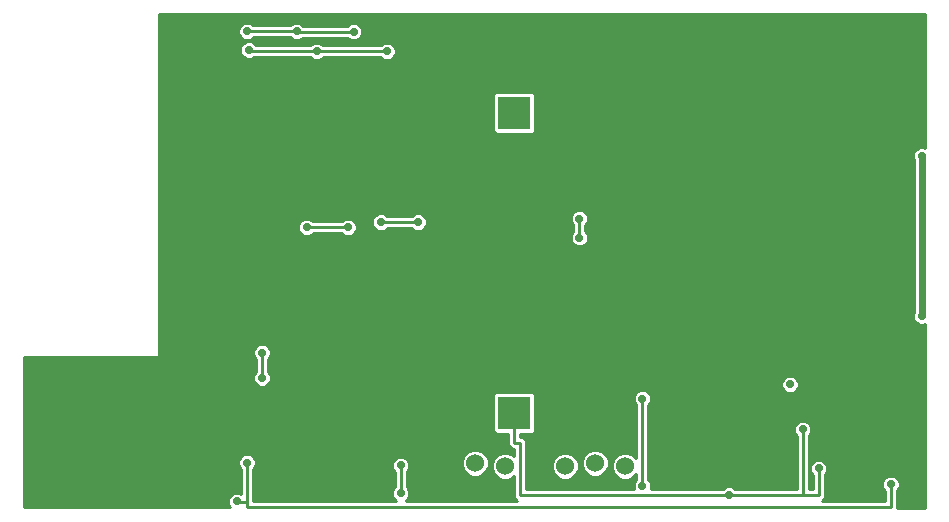
<source format=gbl>
G75*
G70*
%OFA0B0*%
%FSLAX24Y24*%
%IPPOS*%
%LPD*%
%AMOC8*
5,1,8,0,0,1.08239X$1,22.5*
%
%ADD10R,0.1600X0.1600*%
%ADD11R,0.1095X0.1095*%
%ADD12C,0.0600*%
%ADD13C,0.0100*%
%ADD14C,0.0280*%
%ADD15C,0.0357*%
%ADD16C,0.0240*%
D10*
X016840Y008630D03*
D11*
X016840Y003630D03*
X016840Y013630D03*
D12*
X015530Y001950D03*
X016530Y001850D03*
X017530Y001950D03*
X018530Y001850D03*
X019530Y001950D03*
X020530Y001850D03*
D13*
X021400Y004042D02*
X021400Y004158D01*
X021356Y004264D01*
X021274Y004346D01*
X021168Y004390D01*
X021052Y004390D01*
X020946Y004346D01*
X020864Y004264D01*
X020820Y004158D01*
X020820Y004042D01*
X020864Y003936D01*
X020910Y003890D01*
X020910Y002106D01*
X020785Y002231D01*
X020619Y002300D01*
X020440Y002300D01*
X020275Y002231D01*
X020149Y002105D01*
X020080Y001939D01*
X020080Y001760D01*
X020149Y001595D01*
X020275Y001469D01*
X020440Y001400D01*
X020619Y001400D01*
X020785Y001469D01*
X020910Y001594D01*
X020910Y001390D01*
X020864Y001344D01*
X020820Y001238D01*
X020820Y001122D01*
X020838Y001080D01*
X017220Y001080D01*
X017220Y002713D01*
X017103Y002830D01*
X017040Y002830D01*
X017040Y002932D01*
X017450Y002932D01*
X017537Y003020D01*
X017537Y004240D01*
X017450Y004327D01*
X016230Y004327D01*
X016142Y004240D01*
X016142Y003020D01*
X016230Y002932D01*
X016640Y002932D01*
X016640Y002713D01*
X016640Y002547D01*
X016757Y002430D01*
X016820Y002430D01*
X016820Y002196D01*
X016785Y002231D01*
X016619Y002300D01*
X016440Y002300D01*
X016275Y002231D01*
X016149Y002105D01*
X016080Y001939D01*
X016080Y001760D01*
X016149Y001595D01*
X016275Y001469D01*
X016440Y001400D01*
X016619Y001400D01*
X016785Y001469D01*
X016820Y001504D01*
X016820Y000963D01*
X016820Y000797D01*
X016917Y000700D01*
X013220Y000700D01*
X013296Y000776D01*
X013340Y000882D01*
X013340Y000998D01*
X013296Y001104D01*
X013250Y001150D01*
X013250Y001660D01*
X013296Y001706D01*
X013340Y001812D01*
X013340Y001928D01*
X013296Y002034D01*
X013214Y002116D01*
X013108Y002160D01*
X012992Y002160D01*
X012886Y002116D01*
X012804Y002034D01*
X012760Y001928D01*
X012760Y001812D01*
X012804Y001706D01*
X012850Y001660D01*
X012850Y001150D01*
X012804Y001104D01*
X012760Y000998D01*
X012760Y000882D01*
X012804Y000776D01*
X012880Y000700D01*
X008130Y000700D01*
X008130Y000743D01*
X008130Y001750D01*
X008176Y001796D01*
X008220Y001902D01*
X008220Y002018D01*
X008176Y002124D01*
X008094Y002206D01*
X007988Y002250D01*
X007872Y002250D01*
X007766Y002206D01*
X007684Y002124D01*
X007640Y002018D01*
X007640Y001902D01*
X007684Y001796D01*
X007730Y001750D01*
X007730Y000926D01*
X007648Y000960D01*
X007532Y000960D01*
X007426Y000916D01*
X007344Y000834D01*
X007300Y000728D01*
X007300Y000612D01*
X007344Y000506D01*
X007364Y000486D01*
X000500Y000500D01*
X000500Y005500D01*
X005000Y005500D01*
X005000Y016920D01*
X030542Y016920D01*
X030542Y012443D01*
X030478Y012470D01*
X030362Y012470D01*
X030256Y012426D01*
X030174Y012344D01*
X030130Y012238D01*
X030130Y012122D01*
X030150Y012074D01*
X030150Y006956D01*
X030130Y006908D01*
X030130Y006792D01*
X030174Y006686D01*
X030256Y006604D01*
X030362Y006560D01*
X030478Y006560D01*
X030542Y006587D01*
X030542Y000450D01*
X029590Y000450D01*
X029590Y000583D01*
X029590Y001030D01*
X029636Y001076D01*
X029680Y001182D01*
X029680Y001298D01*
X029636Y001404D01*
X029554Y001486D01*
X029448Y001530D01*
X029332Y001530D01*
X029226Y001486D01*
X029144Y001404D01*
X029100Y001298D01*
X029100Y001182D01*
X029144Y001076D01*
X029190Y001030D01*
X029190Y000700D01*
X027083Y000700D01*
X027180Y000797D01*
X027180Y001560D01*
X027226Y001606D01*
X027270Y001712D01*
X027270Y001828D01*
X027226Y001934D01*
X027144Y002016D01*
X027038Y002060D01*
X026922Y002060D01*
X026816Y002016D01*
X026734Y001934D01*
X026690Y001828D01*
X026690Y001712D01*
X026734Y001606D01*
X026780Y001560D01*
X026780Y001080D01*
X026650Y001080D01*
X026650Y002860D01*
X026696Y002906D01*
X026740Y003012D01*
X026740Y003128D01*
X026696Y003234D01*
X026614Y003316D01*
X026508Y003360D01*
X026392Y003360D01*
X026286Y003316D01*
X026204Y003234D01*
X026160Y003128D01*
X026160Y003012D01*
X026204Y002906D01*
X026250Y002860D01*
X026250Y001080D01*
X024200Y001080D01*
X024154Y001126D01*
X024048Y001170D01*
X023932Y001170D01*
X023826Y001126D01*
X023780Y001080D01*
X021382Y001080D01*
X021400Y001122D01*
X021400Y001238D01*
X021356Y001344D01*
X021310Y001390D01*
X021310Y003890D01*
X021356Y003936D01*
X021400Y004042D01*
X008094Y016586D02*
X007988Y016630D01*
X007872Y016630D01*
X007766Y016586D01*
X007684Y016504D01*
X007640Y016398D01*
X007640Y016282D01*
X007684Y016176D01*
X007766Y016094D01*
X007872Y016050D01*
X007988Y016050D01*
X008094Y016094D01*
X008140Y016140D01*
X009370Y016140D01*
X009416Y016094D01*
X009522Y016050D01*
X009638Y016050D01*
X009744Y016094D01*
X009780Y016130D01*
X011270Y016130D01*
X011316Y016084D01*
X011422Y016040D01*
X011538Y016040D01*
X011644Y016084D01*
X011726Y016166D01*
X011770Y016272D01*
X011770Y016388D01*
X011726Y016494D01*
X011644Y016576D01*
X011538Y016620D01*
X011422Y016620D01*
X011316Y016576D01*
X011270Y016530D01*
X009800Y016530D01*
X009744Y016586D01*
X009638Y016630D01*
X009522Y016630D01*
X009416Y016586D01*
X009370Y016540D01*
X008140Y016540D01*
X008094Y016586D01*
X012554Y010226D02*
X012448Y010270D01*
X012332Y010270D01*
X012226Y010226D01*
X012144Y010144D01*
X012100Y010038D01*
X012100Y009922D01*
X012144Y009816D01*
X012226Y009734D01*
X012332Y009690D01*
X012448Y009690D01*
X012554Y009734D01*
X012600Y009780D01*
X013420Y009780D01*
X013466Y009734D01*
X013572Y009690D01*
X013688Y009690D01*
X013794Y009734D01*
X013876Y009816D01*
X013920Y009922D01*
X013920Y010038D01*
X013876Y010144D01*
X013794Y010226D01*
X013688Y010270D01*
X013572Y010270D01*
X013466Y010226D01*
X013420Y010180D01*
X012600Y010180D01*
X012554Y010226D01*
X010084Y010056D02*
X009978Y010100D01*
X009862Y010100D01*
X009756Y010056D01*
X009674Y009974D01*
X009630Y009868D01*
X009630Y009752D01*
X009674Y009646D01*
X009756Y009564D01*
X009862Y009520D01*
X009978Y009520D01*
X010084Y009564D01*
X010130Y009610D01*
X011080Y009610D01*
X011126Y009564D01*
X011232Y009520D01*
X011348Y009520D01*
X011454Y009564D01*
X011536Y009646D01*
X011580Y009752D01*
X011580Y009868D01*
X011536Y009974D01*
X011454Y010056D01*
X011348Y010100D01*
X011232Y010100D01*
X011126Y010056D01*
X011080Y010010D01*
X010130Y010010D01*
X010084Y010056D01*
X008720Y005572D02*
X008720Y005688D01*
X008676Y005794D01*
X008594Y005876D01*
X008488Y005920D01*
X008372Y005920D01*
X008266Y005876D01*
X008184Y005794D01*
X008140Y005688D01*
X008140Y005572D01*
X008184Y005466D01*
X008230Y005420D01*
X008230Y005000D01*
X008184Y004954D01*
X008140Y004848D01*
X008140Y004732D01*
X008184Y004626D01*
X008266Y004544D01*
X008372Y004500D01*
X008488Y004500D01*
X008594Y004544D01*
X008676Y004626D01*
X008720Y004732D01*
X008720Y004848D01*
X008676Y004954D01*
X008630Y005000D01*
X008630Y005420D01*
X008676Y005466D01*
X008720Y005572D01*
X017450Y014327D02*
X016230Y014327D01*
X016142Y014240D01*
X016142Y013020D01*
X016230Y012932D01*
X017450Y012932D01*
X017537Y013020D01*
X017537Y014240D01*
X017450Y014327D01*
X015980Y001860D02*
X015980Y002039D01*
X015911Y002205D01*
X015785Y002331D01*
X015619Y002400D01*
X015440Y002400D01*
X015275Y002331D01*
X015149Y002205D01*
X015080Y002039D01*
X015080Y001860D01*
X015149Y001695D01*
X015275Y001569D01*
X015440Y001500D01*
X015619Y001500D01*
X015785Y001569D01*
X015911Y001695D01*
X015980Y001860D01*
X018980Y001760D02*
X018980Y001939D01*
X018911Y002105D01*
X018785Y002231D01*
X018619Y002300D01*
X018440Y002300D01*
X018275Y002231D01*
X018149Y002105D01*
X018080Y001939D01*
X018080Y001760D01*
X018149Y001595D01*
X018275Y001469D01*
X018440Y001400D01*
X018619Y001400D01*
X018785Y001469D01*
X018911Y001595D01*
X018980Y001760D01*
X019980Y001860D02*
X019980Y002039D01*
X019911Y002205D01*
X019785Y002331D01*
X019619Y002400D01*
X019440Y002400D01*
X019275Y002331D01*
X019149Y002205D01*
X019080Y002039D01*
X019080Y001860D01*
X019149Y001695D01*
X019275Y001569D01*
X019440Y001500D01*
X019619Y001500D01*
X019785Y001569D01*
X019911Y001695D01*
X019980Y001860D01*
X026320Y004512D02*
X026320Y004628D01*
X026276Y004734D01*
X026194Y004816D01*
X026088Y004860D01*
X025972Y004860D01*
X025866Y004816D01*
X025784Y004734D01*
X025740Y004628D01*
X025740Y004512D01*
X025784Y004406D01*
X025866Y004324D01*
X025972Y004280D01*
X026088Y004280D01*
X026194Y004324D01*
X026276Y004406D01*
X026320Y004512D01*
X008236Y015884D02*
X008154Y015966D01*
X008048Y016010D01*
X007932Y016010D01*
X007826Y015966D01*
X007744Y015884D01*
X007700Y015778D01*
X007700Y015662D01*
X007744Y015556D01*
X007826Y015474D01*
X007932Y015430D01*
X008048Y015430D01*
X008154Y015474D01*
X008156Y015476D01*
X010040Y015476D01*
X010086Y015430D01*
X010192Y015386D01*
X010308Y015386D01*
X010414Y015430D01*
X010460Y015476D01*
X012390Y015476D01*
X012436Y015430D01*
X012542Y015386D01*
X012658Y015386D01*
X012764Y015430D01*
X012846Y015512D01*
X012890Y015618D01*
X012890Y015734D01*
X012846Y015840D01*
X012764Y015922D01*
X012658Y015966D01*
X012542Y015966D01*
X012436Y015922D01*
X012390Y015876D01*
X010460Y015876D01*
X010414Y015922D01*
X010308Y015966D01*
X010192Y015966D01*
X010086Y015922D01*
X010040Y015876D01*
X008239Y015876D01*
X008236Y015884D01*
X019300Y009402D02*
X019300Y009518D01*
X019256Y009624D01*
X019210Y009670D01*
X019210Y009890D01*
X019256Y009936D01*
X019300Y010042D01*
X019300Y010158D01*
X019256Y010264D01*
X019174Y010346D01*
X019068Y010390D01*
X018952Y010390D01*
X018846Y010346D01*
X018764Y010264D01*
X018720Y010158D01*
X018720Y010042D01*
X018764Y009936D01*
X018810Y009890D01*
X018810Y009670D01*
X018764Y009624D01*
X018720Y009518D01*
X018720Y009402D01*
X018764Y009296D01*
X018846Y009214D01*
X018952Y009170D01*
X019068Y009170D01*
X019174Y009214D01*
X019256Y009296D01*
X019300Y009402D01*
X007357Y000493D02*
X004149Y000493D01*
X029590Y000493D02*
X030542Y000493D01*
X007309Y000591D02*
X000500Y000591D01*
X029590Y000591D02*
X030542Y000591D01*
X007300Y000690D02*
X000500Y000690D01*
X029590Y000690D02*
X030542Y000690D01*
X007325Y000788D02*
X000500Y000788D01*
X008130Y000788D02*
X012799Y000788D01*
X013301Y000788D02*
X016829Y000788D01*
X027171Y000788D02*
X029190Y000788D01*
X029590Y000788D02*
X030542Y000788D01*
X007397Y000887D02*
X000500Y000887D01*
X008130Y000887D02*
X012760Y000887D01*
X013340Y000887D02*
X016820Y000887D01*
X027180Y000887D02*
X029190Y000887D01*
X029590Y000887D02*
X030542Y000887D01*
X007730Y000985D02*
X000500Y000985D01*
X008130Y000985D02*
X012760Y000985D01*
X013340Y000985D02*
X016820Y000985D01*
X027180Y000985D02*
X029190Y000985D01*
X029590Y000985D02*
X030542Y000985D01*
X007730Y001084D02*
X000500Y001084D01*
X008130Y001084D02*
X012796Y001084D01*
X013304Y001084D02*
X016820Y001084D01*
X017220Y001084D02*
X020836Y001084D01*
X021384Y001084D02*
X023784Y001084D01*
X024196Y001084D02*
X026250Y001084D01*
X026650Y001084D02*
X026780Y001084D01*
X027180Y001084D02*
X029141Y001084D01*
X029639Y001084D02*
X030542Y001084D01*
X007730Y001183D02*
X000500Y001183D01*
X008130Y001183D02*
X012850Y001183D01*
X013250Y001183D02*
X016820Y001183D01*
X017220Y001183D02*
X020820Y001183D01*
X021400Y001183D02*
X026250Y001183D01*
X026650Y001183D02*
X026780Y001183D01*
X027180Y001183D02*
X029100Y001183D01*
X029680Y001183D02*
X030542Y001183D01*
X007730Y001281D02*
X000500Y001281D01*
X008130Y001281D02*
X012850Y001281D01*
X013250Y001281D02*
X016820Y001281D01*
X017220Y001281D02*
X020838Y001281D01*
X021382Y001281D02*
X026250Y001281D01*
X026650Y001281D02*
X026780Y001281D01*
X027180Y001281D02*
X029100Y001281D01*
X029680Y001281D02*
X030542Y001281D01*
X007730Y001380D02*
X000500Y001380D01*
X008130Y001380D02*
X012850Y001380D01*
X013250Y001380D02*
X016820Y001380D01*
X017220Y001380D02*
X020899Y001380D01*
X021320Y001380D02*
X026250Y001380D01*
X026650Y001380D02*
X026780Y001380D01*
X027180Y001380D02*
X029134Y001380D01*
X029646Y001380D02*
X030542Y001380D01*
X007730Y001478D02*
X000500Y001478D01*
X008130Y001478D02*
X012850Y001478D01*
X013250Y001478D02*
X016265Y001478D01*
X016794Y001478D02*
X016820Y001478D01*
X017220Y001478D02*
X018265Y001478D01*
X018795Y001478D02*
X020265Y001478D01*
X020794Y001478D02*
X020910Y001478D01*
X021310Y001478D02*
X026250Y001478D01*
X026650Y001478D02*
X026780Y001478D01*
X027180Y001478D02*
X029218Y001478D01*
X029562Y001478D02*
X030542Y001478D01*
X007730Y001577D02*
X000500Y001577D01*
X008130Y001577D02*
X012850Y001577D01*
X013250Y001577D02*
X015267Y001577D01*
X015793Y001577D02*
X016167Y001577D01*
X017220Y001577D02*
X018167Y001577D01*
X018893Y001577D02*
X019267Y001577D01*
X019793Y001577D02*
X020167Y001577D01*
X020893Y001577D02*
X020910Y001577D01*
X021310Y001577D02*
X026250Y001577D01*
X026650Y001577D02*
X026763Y001577D01*
X027197Y001577D02*
X030542Y001577D01*
X007730Y001675D02*
X000500Y001675D01*
X008130Y001675D02*
X012835Y001675D01*
X013265Y001675D02*
X015168Y001675D01*
X015892Y001675D02*
X016115Y001675D01*
X017220Y001675D02*
X018115Y001675D01*
X018945Y001675D02*
X019168Y001675D01*
X019892Y001675D02*
X020115Y001675D01*
X021310Y001675D02*
X026250Y001675D01*
X026650Y001675D02*
X026705Y001675D01*
X027255Y001675D02*
X030542Y001675D01*
X007706Y001774D02*
X000500Y001774D01*
X008154Y001774D02*
X012776Y001774D01*
X013324Y001774D02*
X015116Y001774D01*
X015944Y001774D02*
X016080Y001774D01*
X017220Y001774D02*
X018080Y001774D01*
X018980Y001774D02*
X019116Y001774D01*
X019944Y001774D02*
X020080Y001774D01*
X021310Y001774D02*
X026250Y001774D01*
X026650Y001774D02*
X026690Y001774D01*
X027270Y001774D02*
X030542Y001774D01*
X007652Y001872D02*
X000500Y001872D01*
X008208Y001872D02*
X012760Y001872D01*
X013340Y001872D02*
X015080Y001872D01*
X015980Y001872D02*
X016080Y001872D01*
X017220Y001872D02*
X018080Y001872D01*
X018980Y001872D02*
X019080Y001872D01*
X019980Y001872D02*
X020080Y001872D01*
X021310Y001872D02*
X026250Y001872D01*
X026650Y001872D02*
X026709Y001872D01*
X027251Y001872D02*
X030542Y001872D01*
X007640Y001971D02*
X000500Y001971D01*
X008220Y001971D02*
X012778Y001971D01*
X013322Y001971D02*
X015080Y001971D01*
X015980Y001971D02*
X016093Y001971D01*
X017220Y001971D02*
X018093Y001971D01*
X018967Y001971D02*
X019080Y001971D01*
X019980Y001971D02*
X020093Y001971D01*
X021310Y001971D02*
X026250Y001971D01*
X026650Y001971D02*
X026771Y001971D01*
X027189Y001971D02*
X030542Y001971D01*
X007661Y002069D02*
X000500Y002069D01*
X008199Y002069D02*
X012839Y002069D01*
X013261Y002069D02*
X015092Y002069D01*
X015968Y002069D02*
X016134Y002069D01*
X017220Y002069D02*
X018134Y002069D01*
X018926Y002069D02*
X019092Y002069D01*
X019968Y002069D02*
X020134Y002069D01*
X021310Y002069D02*
X026250Y002069D01*
X026650Y002069D02*
X030542Y002069D01*
X007728Y002168D02*
X000500Y002168D01*
X008132Y002168D02*
X015133Y002168D01*
X015927Y002168D02*
X016212Y002168D01*
X017220Y002168D02*
X018212Y002168D01*
X018848Y002168D02*
X019133Y002168D01*
X019927Y002168D02*
X020212Y002168D01*
X020848Y002168D02*
X020910Y002168D01*
X021310Y002168D02*
X026250Y002168D01*
X026650Y002168D02*
X030542Y002168D01*
X015210Y002266D02*
X000500Y002266D01*
X015850Y002266D02*
X016360Y002266D01*
X016700Y002266D02*
X016820Y002266D01*
X017220Y002266D02*
X018360Y002266D01*
X018700Y002266D02*
X019210Y002266D01*
X019850Y002266D02*
X020360Y002266D01*
X020700Y002266D02*
X020910Y002266D01*
X021310Y002266D02*
X026250Y002266D01*
X026650Y002266D02*
X030542Y002266D01*
X015356Y002365D02*
X000500Y002365D01*
X015704Y002365D02*
X016820Y002365D01*
X017220Y002365D02*
X019356Y002365D01*
X019704Y002365D02*
X020910Y002365D01*
X021310Y002365D02*
X026250Y002365D01*
X026650Y002365D02*
X030542Y002365D01*
X016724Y002464D02*
X000500Y002464D01*
X017220Y002464D02*
X020910Y002464D01*
X021310Y002464D02*
X026250Y002464D01*
X026650Y002464D02*
X030542Y002464D01*
X016640Y002562D02*
X000500Y002562D01*
X017220Y002562D02*
X020910Y002562D01*
X021310Y002562D02*
X026250Y002562D01*
X026650Y002562D02*
X030542Y002562D01*
X016640Y002661D02*
X000500Y002661D01*
X017220Y002661D02*
X020910Y002661D01*
X021310Y002661D02*
X026250Y002661D01*
X026650Y002661D02*
X030542Y002661D01*
X016640Y002759D02*
X000500Y002759D01*
X017174Y002759D02*
X020910Y002759D01*
X021310Y002759D02*
X026250Y002759D01*
X026650Y002759D02*
X030542Y002759D01*
X016640Y002858D02*
X000500Y002858D01*
X017040Y002858D02*
X020910Y002858D01*
X021310Y002858D02*
X026250Y002858D01*
X026650Y002858D02*
X030542Y002858D01*
X016206Y002956D02*
X000500Y002956D01*
X017473Y002956D02*
X020910Y002956D01*
X021310Y002956D02*
X026183Y002956D01*
X026717Y002956D02*
X030542Y002956D01*
X016142Y003055D02*
X000500Y003055D01*
X017537Y003055D02*
X020910Y003055D01*
X021310Y003055D02*
X026160Y003055D01*
X026740Y003055D02*
X030542Y003055D01*
X016142Y003153D02*
X000500Y003153D01*
X017537Y003153D02*
X020910Y003153D01*
X021310Y003153D02*
X026171Y003153D01*
X026729Y003153D02*
X030542Y003153D01*
X016142Y003252D02*
X000500Y003252D01*
X017537Y003252D02*
X020910Y003252D01*
X021310Y003252D02*
X026222Y003252D01*
X026678Y003252D02*
X030542Y003252D01*
X016142Y003350D02*
X000500Y003350D01*
X017537Y003350D02*
X020910Y003350D01*
X021310Y003350D02*
X026369Y003350D01*
X026531Y003350D02*
X030542Y003350D01*
X016142Y003449D02*
X000500Y003449D01*
X017537Y003449D02*
X020910Y003449D01*
X021310Y003449D02*
X030542Y003449D01*
X016142Y003548D02*
X000500Y003548D01*
X017537Y003548D02*
X020910Y003548D01*
X021310Y003548D02*
X030542Y003548D01*
X016142Y003646D02*
X000500Y003646D01*
X017537Y003646D02*
X020910Y003646D01*
X021310Y003646D02*
X030542Y003646D01*
X016142Y003745D02*
X000500Y003745D01*
X017537Y003745D02*
X020910Y003745D01*
X021310Y003745D02*
X030542Y003745D01*
X016142Y003843D02*
X000500Y003843D01*
X017537Y003843D02*
X020910Y003843D01*
X021310Y003843D02*
X030542Y003843D01*
X016142Y003942D02*
X000500Y003942D01*
X017537Y003942D02*
X020862Y003942D01*
X021358Y003942D02*
X030542Y003942D01*
X016142Y004040D02*
X000500Y004040D01*
X017537Y004040D02*
X020821Y004040D01*
X021399Y004040D02*
X030542Y004040D01*
X016142Y004139D02*
X000500Y004139D01*
X017537Y004139D02*
X020820Y004139D01*
X021400Y004139D02*
X030542Y004139D01*
X016142Y004237D02*
X000500Y004237D01*
X017537Y004237D02*
X020853Y004237D01*
X021367Y004237D02*
X030542Y004237D01*
X020936Y004336D02*
X000500Y004336D01*
X021284Y004336D02*
X025854Y004336D01*
X026206Y004336D02*
X030542Y004336D01*
X025772Y004434D02*
X000500Y004434D01*
X026288Y004434D02*
X030542Y004434D01*
X008293Y004533D02*
X000500Y004533D01*
X008567Y004533D02*
X025740Y004533D01*
X026320Y004533D02*
X030542Y004533D01*
X008182Y004632D02*
X000500Y004632D01*
X008678Y004632D02*
X025742Y004632D01*
X026318Y004632D02*
X030542Y004632D01*
X008141Y004730D02*
X000500Y004730D01*
X008719Y004730D02*
X025782Y004730D01*
X026278Y004730D02*
X030542Y004730D01*
X008140Y004829D02*
X000500Y004829D01*
X008720Y004829D02*
X025897Y004829D01*
X026163Y004829D02*
X030542Y004829D01*
X008173Y004927D02*
X000500Y004927D01*
X008687Y004927D02*
X030542Y004927D01*
X008230Y005026D02*
X000500Y005026D01*
X008630Y005026D02*
X030542Y005026D01*
X008230Y005124D02*
X000500Y005124D01*
X008630Y005124D02*
X030542Y005124D01*
X008230Y005223D02*
X000500Y005223D01*
X008630Y005223D02*
X030542Y005223D01*
X008230Y005321D02*
X000500Y005321D01*
X008630Y005321D02*
X030542Y005321D01*
X008230Y005420D02*
X000500Y005420D01*
X008630Y005420D02*
X030542Y005420D01*
X008162Y005518D02*
X005000Y005518D01*
X008698Y005518D02*
X030542Y005518D01*
X008140Y005617D02*
X005000Y005617D01*
X008720Y005617D02*
X030542Y005617D01*
X008152Y005716D02*
X005000Y005716D01*
X008708Y005716D02*
X030542Y005716D01*
X008204Y005814D02*
X005000Y005814D01*
X008656Y005814D02*
X030542Y005814D01*
X008355Y005913D02*
X005000Y005913D01*
X008505Y005913D02*
X030542Y005913D01*
X030542Y006011D02*
X005000Y006011D01*
X005000Y006110D02*
X030542Y006110D01*
X030542Y006208D02*
X005000Y006208D01*
X005000Y006307D02*
X030542Y006307D01*
X030542Y006405D02*
X005000Y006405D01*
X005000Y006504D02*
X030542Y006504D01*
X030260Y006602D02*
X005000Y006602D01*
X005000Y006701D02*
X030168Y006701D01*
X030130Y006799D02*
X005000Y006799D01*
X005000Y006898D02*
X030130Y006898D01*
X030150Y006997D02*
X005000Y006997D01*
X005000Y007095D02*
X030150Y007095D01*
X030150Y007194D02*
X005000Y007194D01*
X005000Y007292D02*
X030150Y007292D01*
X030150Y007391D02*
X005000Y007391D01*
X005000Y007489D02*
X030150Y007489D01*
X030150Y007588D02*
X005000Y007588D01*
X005000Y007686D02*
X030150Y007686D01*
X030150Y007785D02*
X005000Y007785D01*
X005000Y007883D02*
X030150Y007883D01*
X030150Y007982D02*
X005000Y007982D01*
X005000Y008081D02*
X030150Y008081D01*
X030150Y008179D02*
X005000Y008179D01*
X005000Y008278D02*
X030150Y008278D01*
X030150Y008376D02*
X005000Y008376D01*
X005000Y008475D02*
X030150Y008475D01*
X030150Y008573D02*
X005000Y008573D01*
X005000Y008672D02*
X030150Y008672D01*
X030150Y008770D02*
X005000Y008770D01*
X005000Y008869D02*
X030150Y008869D01*
X030150Y008967D02*
X005000Y008967D01*
X005000Y009066D02*
X030150Y009066D01*
X030150Y009165D02*
X005000Y009165D01*
X005000Y009263D02*
X018797Y009263D01*
X019223Y009263D02*
X030150Y009263D01*
X018737Y009362D02*
X005000Y009362D01*
X019283Y009362D02*
X030150Y009362D01*
X018720Y009460D02*
X005000Y009460D01*
X019300Y009460D02*
X030150Y009460D01*
X009769Y009559D02*
X005000Y009559D01*
X010071Y009559D02*
X011139Y009559D01*
X011441Y009559D02*
X018737Y009559D01*
X019283Y009559D02*
X030150Y009559D01*
X009669Y009657D02*
X005000Y009657D01*
X011541Y009657D02*
X018797Y009657D01*
X019223Y009657D02*
X030150Y009657D01*
X009630Y009756D02*
X005000Y009756D01*
X011580Y009756D02*
X012204Y009756D01*
X012576Y009756D02*
X013444Y009756D01*
X013816Y009756D02*
X018810Y009756D01*
X019210Y009756D02*
X030150Y009756D01*
X009630Y009854D02*
X005000Y009854D01*
X011580Y009854D02*
X012128Y009854D01*
X013892Y009854D02*
X018810Y009854D01*
X019210Y009854D02*
X030150Y009854D01*
X009665Y009953D02*
X005000Y009953D01*
X011545Y009953D02*
X012100Y009953D01*
X013920Y009953D02*
X018757Y009953D01*
X019263Y009953D02*
X030150Y009953D01*
X009751Y010051D02*
X005000Y010051D01*
X010089Y010051D02*
X011121Y010051D01*
X011459Y010051D02*
X012106Y010051D01*
X013914Y010051D02*
X018720Y010051D01*
X019300Y010051D02*
X030150Y010051D01*
X012150Y010150D02*
X005000Y010150D01*
X013870Y010150D02*
X018720Y010150D01*
X019300Y010150D02*
X030150Y010150D01*
X012280Y010249D02*
X005000Y010249D01*
X012500Y010249D02*
X013520Y010249D01*
X013740Y010249D02*
X018758Y010249D01*
X019262Y010249D02*
X030150Y010249D01*
X018849Y010347D02*
X005000Y010347D01*
X019171Y010347D02*
X030150Y010347D01*
X030150Y010446D02*
X005000Y010446D01*
X005000Y010544D02*
X030150Y010544D01*
X030150Y010643D02*
X005000Y010643D01*
X005000Y010741D02*
X030150Y010741D01*
X030150Y010840D02*
X005000Y010840D01*
X005000Y010938D02*
X030150Y010938D01*
X030150Y011037D02*
X005000Y011037D01*
X005000Y011135D02*
X030150Y011135D01*
X030150Y011234D02*
X005000Y011234D01*
X005000Y011332D02*
X030150Y011332D01*
X030150Y011431D02*
X005000Y011431D01*
X005000Y011530D02*
X030150Y011530D01*
X030150Y011628D02*
X005000Y011628D01*
X005000Y011727D02*
X030150Y011727D01*
X030150Y011825D02*
X005000Y011825D01*
X005000Y011924D02*
X030150Y011924D01*
X030150Y012022D02*
X005000Y012022D01*
X005000Y012121D02*
X030131Y012121D01*
X030130Y012219D02*
X005000Y012219D01*
X005000Y012318D02*
X030163Y012318D01*
X030246Y012416D02*
X005000Y012416D01*
X005000Y012515D02*
X030542Y012515D01*
X030542Y012614D02*
X005000Y012614D01*
X005000Y012712D02*
X030542Y012712D01*
X030542Y012811D02*
X005000Y012811D01*
X005000Y012909D02*
X030542Y012909D01*
X016155Y013008D02*
X005000Y013008D01*
X017525Y013008D02*
X030542Y013008D01*
X016142Y013106D02*
X005000Y013106D01*
X017537Y013106D02*
X030542Y013106D01*
X016142Y013205D02*
X005000Y013205D01*
X017537Y013205D02*
X030542Y013205D01*
X016142Y013303D02*
X005000Y013303D01*
X017537Y013303D02*
X030542Y013303D01*
X016142Y013402D02*
X005000Y013402D01*
X017537Y013402D02*
X030542Y013402D01*
X016142Y013500D02*
X005000Y013500D01*
X017537Y013500D02*
X030542Y013500D01*
X016142Y013599D02*
X005000Y013599D01*
X017537Y013599D02*
X030542Y013599D01*
X016142Y013698D02*
X005000Y013698D01*
X017537Y013698D02*
X030542Y013698D01*
X016142Y013796D02*
X005000Y013796D01*
X017537Y013796D02*
X030542Y013796D01*
X016142Y013895D02*
X005000Y013895D01*
X017537Y013895D02*
X030542Y013895D01*
X016142Y013993D02*
X005000Y013993D01*
X017537Y013993D02*
X030542Y013993D01*
X016142Y014092D02*
X005000Y014092D01*
X017537Y014092D02*
X030542Y014092D01*
X016142Y014190D02*
X005000Y014190D01*
X017537Y014190D02*
X030542Y014190D01*
X016192Y014289D02*
X005000Y014289D01*
X017488Y014289D02*
X030542Y014289D01*
X030542Y014387D02*
X005000Y014387D01*
X005000Y014486D02*
X030542Y014486D01*
X030542Y014584D02*
X005000Y014584D01*
X005000Y014683D02*
X030542Y014683D01*
X030542Y014781D02*
X005000Y014781D01*
X005000Y014880D02*
X030542Y014880D01*
X030542Y014979D02*
X005000Y014979D01*
X005000Y015077D02*
X030542Y015077D01*
X030542Y015176D02*
X005000Y015176D01*
X005000Y015274D02*
X030542Y015274D01*
X030542Y015373D02*
X005000Y015373D01*
X005000Y015471D02*
X007833Y015471D01*
X008147Y015471D02*
X010044Y015471D01*
X010456Y015471D02*
X012394Y015471D01*
X012806Y015471D02*
X030542Y015471D01*
X007738Y015570D02*
X005000Y015570D01*
X012870Y015570D02*
X030542Y015570D01*
X007700Y015668D02*
X005000Y015668D01*
X012890Y015668D02*
X030542Y015668D01*
X007700Y015767D02*
X005000Y015767D01*
X012876Y015767D02*
X030542Y015767D01*
X007736Y015865D02*
X005000Y015865D01*
X012821Y015865D02*
X030542Y015865D01*
X007824Y015964D02*
X005000Y015964D01*
X008156Y015964D02*
X010188Y015964D01*
X010312Y015964D02*
X012538Y015964D01*
X012662Y015964D02*
X030542Y015964D01*
X007842Y016063D02*
X005000Y016063D01*
X008018Y016063D02*
X009492Y016063D01*
X009668Y016063D02*
X011368Y016063D01*
X011592Y016063D02*
X030542Y016063D01*
X007699Y016161D02*
X005000Y016161D01*
X011721Y016161D02*
X030542Y016161D01*
X007649Y016260D02*
X005000Y016260D01*
X011765Y016260D02*
X030542Y016260D01*
X007640Y016358D02*
X005000Y016358D01*
X011770Y016358D02*
X030542Y016358D01*
X007664Y016457D02*
X005000Y016457D01*
X011741Y016457D02*
X030542Y016457D01*
X007735Y016555D02*
X005000Y016555D01*
X008125Y016555D02*
X009385Y016555D01*
X009775Y016555D02*
X011295Y016555D01*
X011665Y016555D02*
X030542Y016555D01*
X030542Y016654D02*
X005000Y016654D01*
X005000Y016752D02*
X030542Y016752D01*
X030542Y016851D02*
X005000Y016851D01*
X029390Y001240D02*
X029390Y000500D01*
X007930Y000500D01*
X007930Y001960D02*
X007930Y000660D01*
X007930Y000500D01*
X008430Y004790D02*
X008430Y005630D01*
X007590Y000670D02*
X007590Y000660D01*
X007930Y000660D01*
X016840Y003630D02*
X016840Y002630D01*
X017020Y002630D01*
X017020Y000880D01*
X026450Y000880D02*
X026980Y000880D01*
X026980Y001770D01*
X026450Y000880D02*
X026450Y003070D01*
X017020Y000880D02*
X023990Y000880D01*
X026450Y000880D01*
X011290Y009810D02*
X009920Y009810D01*
X012390Y009980D02*
X013630Y009980D01*
X007990Y015720D02*
X007990Y015676D01*
X010250Y015676D01*
X012600Y015676D01*
X009580Y016340D02*
X009580Y016330D01*
X011480Y016330D01*
X009580Y016340D02*
X007930Y016340D01*
X021110Y004100D02*
X021110Y001180D01*
X013050Y000940D02*
X013050Y001870D01*
X019010Y009460D02*
X019010Y010100D01*
D14*
X003390Y003850D03*
X006390Y003900D03*
X007910Y003900D03*
X011900Y003830D03*
X008870Y003890D03*
X027150Y004250D03*
X005490Y014650D03*
X011920Y012070D03*
X024460Y009310D03*
X026650Y009990D03*
X007430Y012190D03*
X018230Y009400D03*
X020160Y009390D03*
X023120Y001340D03*
X020950Y014890D03*
X026000Y011530D03*
X021940Y011850D03*
X023180Y011850D03*
X013130Y006770D03*
X019920Y004040D03*
X029340Y004260D03*
X026340Y004820D03*
X024610Y004090D03*
X025740Y002140D03*
X017150Y005690D03*
X025420Y006580D03*
X023880Y004360D03*
X026860Y013020D03*
X029390Y001240D03*
X007930Y001960D03*
X008430Y005630D03*
X008430Y004790D03*
X007590Y000670D03*
X026030Y004570D03*
X026980Y001770D03*
X026450Y003070D03*
X023990Y000880D03*
X009920Y009810D03*
X011290Y009810D03*
X013630Y009980D03*
X012390Y009980D03*
X007990Y015720D03*
X012600Y015676D03*
X010250Y015676D03*
X007930Y016340D03*
X009580Y016340D03*
X011480Y016330D03*
X030420Y006850D03*
X030420Y012180D03*
X021110Y004100D03*
X021110Y001180D03*
X013050Y001870D03*
X013050Y000940D03*
X019010Y009460D03*
X019010Y010100D03*
D15*
X015540Y007810D03*
X015580Y006310D03*
X015640Y003300D03*
X015580Y004810D03*
X017750Y014590D03*
D16*
X030420Y012180D02*
X030420Y006850D01*
M02*

</source>
